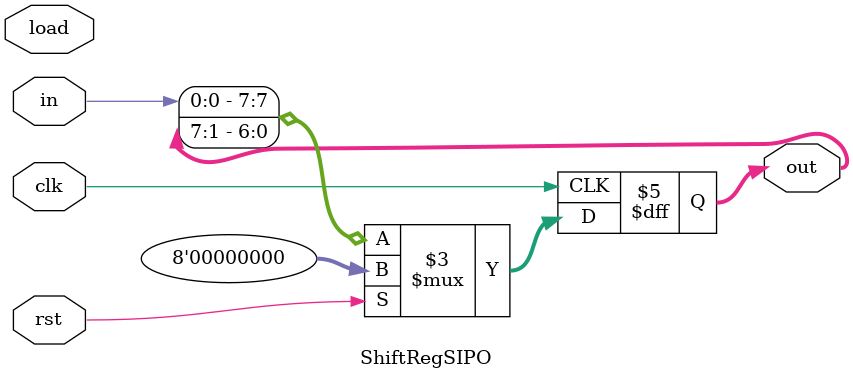
<source format=v>
`timescale 1ns / 1ps
module ShiftRegSIPO(out, in, clk, rst, load);
	input clk, rst, load, in;
	output reg [7:0] out;
	
	always @ (posedge clk) begin
		if(rst) begin
			out <= 8'b0;
		end
		else begin 
			out <= {in, out[7:1]};
		end
	end
endmodule

</source>
